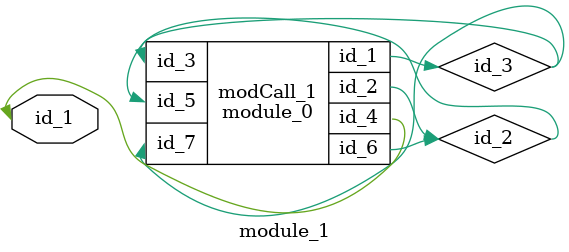
<source format=v>
module module_0 (
    id_1,
    id_2,
    id_3,
    id_4,
    id_5,
    id_6,
    id_7
);
  input wire id_7;
  output wire id_6;
  input wire id_5;
  inout wire id_4;
  input wire id_3;
  inout wire id_2;
  inout wire id_1;
  wire id_8;
  wand id_9;
  assign id_1 = 1 ? id_9 : $realtime;
  wire id_10, id_11, id_12, id_13, id_14, id_15, id_16;
  wire id_17;
endmodule
module module_1 (
    id_1
);
  inout wire id_1;
  specify
    (id_2 + => id_3) = ($realtime : id_2  : id_3, $realtime : id_3  : $realtime & id_3);
  endspecify
  module_0 modCall_1 (
      id_3,
      id_2,
      id_2,
      id_1,
      id_3,
      id_2,
      id_3
  );
endmodule

</source>
